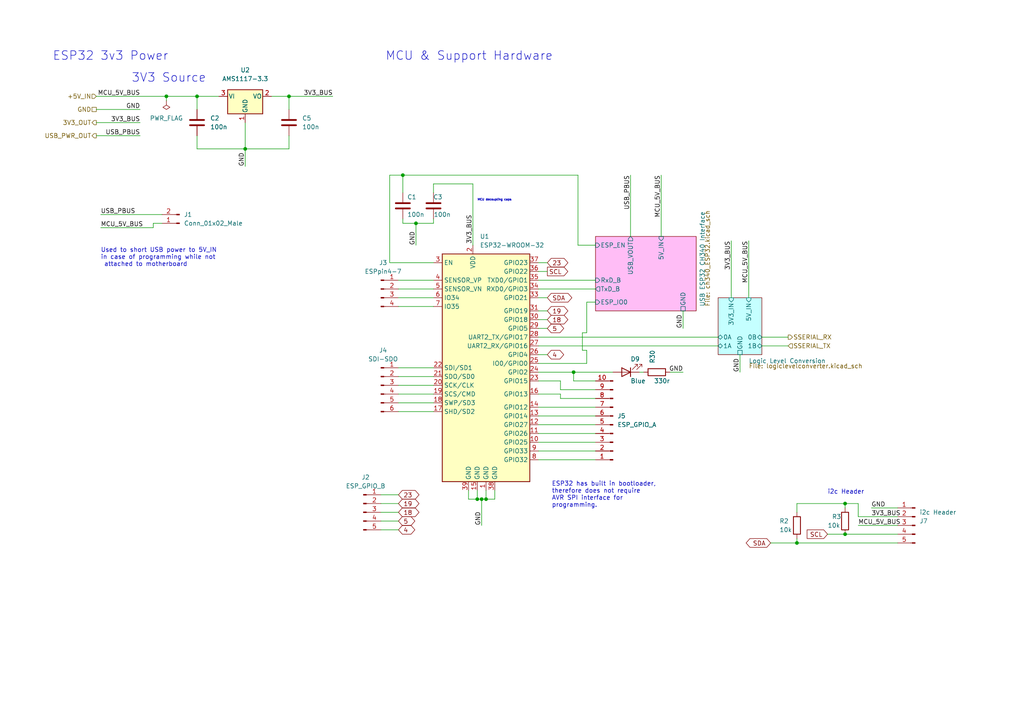
<source format=kicad_sch>
(kicad_sch (version 20211123) (generator eeschema)
  (paper "A4")
  (lib_symbols
    (symbol "000_Capacitor_Film_Immo:cap_film_0805" (pin_numbers hide) (pin_names (offset 0.254))
      (property "Reference" "C" (at 0.635 2.54 0))
      (property "Value" "cap_film_0805" (at 0.635 -2.54 0))
      (symbol "cap_film_0805_0_1"
        (polyline (pts (xy -2.032 -0.762) (xy 2.032 -0.762)) (stroke (width 0.508)))
        (polyline (pts (xy -2.032 0.762) (xy 2.032 0.762)) (stroke (width 0.508)))
      )
      (symbol "cap_film_0805_1_1"
        (pin passive line (at 0 3.81 270) (length 2.794) (name "~") (number "1"))
        (pin passive line (at 0 -3.81 90) (length 2.794) (name "~") (number "2"))
      )
    )
    (symbol "000_Diodes_Immo:LED_0805_smd" (pin_numbers hide) (pin_names (offset 1.016) hide)
      (property "Reference" "D" (at 0 2.54 0))
      (property "Value" "LED_0805_smd" (at 0 -3.81 0))
      (symbol "LED_0805_smd_0_1"
        (polyline (pts (xy -1.27 -1.27) (xy -1.27 1.27)) (stroke (width 0.254)))
        (polyline (pts (xy -1.27 0) (xy 1.27 0)))
        (polyline (pts (xy 1.27 -1.27) (xy 1.27 1.27) (xy -1.27 0) (xy 1.27 -1.27)) (stroke (width 0.254)))
        (polyline (pts (xy -3.048 -0.762) (xy -4.572 -2.286) (xy -3.81 -2.286) (xy -4.572 -2.286) (xy -4.572 -1.524)))
        (polyline (pts (xy -1.778 -0.762) (xy -3.302 -2.286) (xy -2.54 -2.286) (xy -3.302 -2.286) (xy -3.302 -1.524)))
      )
      (symbol "LED_0805_smd_1_1"
        (pin passive line (at -3.81 0 0) (length 2.54) (name "K") (number "1"))
        (pin passive line (at 3.81 0 180) (length 2.54) (name "A") (number "2"))
      )
    )
    (symbol "000_MCU_microcontrollers_Immo:ESP32-WROOM-32"
      (property "Reference" "U" (at -12.7 34.29 0))
      (property "Value" "ESP32-WROOM-32" (at 1.27 34.29 0))
      (symbol "ESP32-WROOM-32_0_1"
        (rectangle (start -12.7 33.02) (end 12.7 -33.02) (stroke (width 0.254)) (fill (type background)))
      )
      (symbol "ESP32-WROOM-32_1_1"
        (pin power_in line (at 0 -35.56 90) (length 2.54) (name "GND") (number "1"))
        (pin bidirectional line (at 15.24 -21.59 180) (length 2.54) (name "GPIO25") (number "10"))
        (pin bidirectional line (at 15.24 -19.05 180) (length 2.54) (name "GPIO26") (number "11"))
        (pin bidirectional line (at 15.24 -16.51 180) (length 2.54) (name "GPIO27") (number "12"))
        (pin bidirectional line (at 15.24 -13.97 180) (length 2.54) (name "GPIO14") (number "13"))
        (pin bidirectional line (at 15.24 -11.43 180) (length 2.54) (name "GPIO12") (number "14"))
        (pin passive line (at -2.54 -35.56 90) (length 2.54) (name "GND") (number "15"))
        (pin bidirectional line (at 15.24 -7.62 180) (length 2.54) (name "GPIO13") (number "16"))
        (pin bidirectional line (at -15.24 -12.7 0) (length 2.54) (name "SHD/SD2") (number "17"))
        (pin bidirectional line (at -15.24 -10.16 0) (length 2.54) (name "SWP/SD3") (number "18"))
        (pin bidirectional line (at -15.24 -7.62 0) (length 2.54) (name "SCS/CMD") (number "19"))
        (pin power_in line (at -3.81 35.56 270) (length 2.54) (name "VDD") (number "2"))
        (pin bidirectional line (at -15.24 -5.08 0) (length 2.54) (name "SCK/CLK") (number "20"))
        (pin bidirectional line (at -15.24 -2.54 0) (length 2.54) (name "SDO/SD0") (number "21"))
        (pin bidirectional line (at -15.24 0 0) (length 2.54) (name "SDI/SD1") (number "22"))
        (pin bidirectional line (at 15.24 -3.81 180) (length 2.54) (name "GPIO15") (number "23"))
        (pin bidirectional line (at 15.24 -1.27 180) (length 2.54) (name "GPIO2") (number "24"))
        (pin bidirectional line (at 15.24 1.27 180) (length 2.54) (name "IO0/GPIO0") (number "25"))
        (pin bidirectional line (at 15.24 3.81 180) (length 2.54) (name "GPIO4") (number "26"))
        (pin bidirectional line (at 15.24 6.35 180) (length 2.54) (name "UART2_RX/GPIO16") (number "27"))
        (pin bidirectional line (at 15.24 8.89 180) (length 2.54) (name "UART2_TX/GPIO17") (number "28"))
        (pin bidirectional line (at 15.24 11.43 180) (length 2.54) (name "GPIO5") (number "29"))
        (pin input line (at -15.24 30.48 0) (length 2.54) (name "EN") (number "3"))
        (pin bidirectional line (at 15.24 13.97 180) (length 2.54) (name "GPIO18") (number "30"))
        (pin bidirectional line (at 15.24 16.51 180) (length 2.54) (name "GPIO19") (number "31"))
        (pin no_connect line (at -12.7 -27.94 0) (length 2.54) hide (name "NC") (number "32"))
        (pin bidirectional line (at 15.24 20.32 180) (length 2.54) (name "GPIO21") (number "33"))
        (pin bidirectional line (at 15.24 22.86 180) (length 2.54) (name "RXD0/GPIO3") (number "34"))
        (pin bidirectional line (at 15.24 25.4 180) (length 2.54) (name "TXD0/GPIO1") (number "35"))
        (pin bidirectional line (at 15.24 27.94 180) (length 2.54) (name "GPIO22") (number "36"))
        (pin bidirectional line (at 15.24 30.48 180) (length 2.54) (name "GPIO23") (number "37"))
        (pin passive line (at 2.54 -35.56 90) (length 2.54) (name "GND") (number "38"))
        (pin passive line (at -5.08 -35.56 90) (length 2.54) (name "GND") (number "39"))
        (pin input line (at -15.24 25.4 0) (length 2.54) (name "SENSOR_VP") (number "4"))
        (pin input line (at -15.24 22.86 0) (length 2.54) (name "SENSOR_VN") (number "5"))
        (pin input line (at -15.24 20.32 0) (length 2.54) (name "IO34") (number "6"))
        (pin input line (at -15.24 17.78 0) (length 2.54) (name "IO35") (number "7"))
        (pin bidirectional line (at 15.24 -26.67 180) (length 2.54) (name "GPIO32") (number "8"))
        (pin bidirectional line (at 15.24 -24.13 180) (length 2.54) (name "GPIO33") (number "9"))
      )
    )
    (symbol "000_Pin_Headers_Immo:Conn_01x02_Male" (pin_names (offset 1.016) hide)
      (property "Reference" "J" (at 0 2.54 0))
      (property "Value" "Conn_01x02_Male" (at 0 -5.08 0))
      (symbol "Conn_01x02_Male_1_1"
        (polyline (pts (xy 1.27 -2.54) (xy 0.8636 -2.54)) (stroke (width 0.1524)))
        (polyline (pts (xy 1.27 0) (xy 0.8636 0)) (stroke (width 0.1524)))
        (rectangle (start 0.8636 -2.413) (end 0 -2.667) (stroke (width 0.1524)) (fill (type outline)))
        (rectangle (start 0.8636 0.127) (end 0 -0.127) (stroke (width 0.1524)) (fill (type outline)))
        (pin passive line (at 5.08 0 180) (length 3.81) (name "Pin_1") (number "1"))
        (pin passive line (at 5.08 -2.54 180) (length 3.81) (name "Pin_2") (number "2"))
      )
    )
    (symbol "000_Resistors_Immo:Resistor_0805" (pin_numbers hide) (pin_names (offset 0))
      (property "Reference" "R?" (at 2.54 1.2701 0))
      (property "Value" "Resistor_0805" (at 2.54 -1.2699 0))
      (symbol "Resistor_0805_0_1"
        (rectangle (start -1.016 -2.54) (end 1.016 2.54) (stroke (width 0.254)))
      )
      (symbol "Resistor_0805_1_1"
        (pin passive line (at 0 3.81 270) (length 1.27) (name "~") (number "1"))
        (pin passive line (at 0 -3.81 90) (length 1.27) (name "~") (number "2"))
      )
    )
    (symbol "Connector:Conn_01x04_Male" (pin_names (offset 1.016) hide)
      (property "Reference" "J" (at 0 5.08 0))
      (property "Value" "Conn_01x04_Male" (at 0 -7.62 0))
      (symbol "Conn_01x04_Male_1_1"
        (polyline (pts (xy 1.27 -5.08) (xy 0.8636 -5.08)) (stroke (width 0.1524)))
        (polyline (pts (xy 1.27 -2.54) (xy 0.8636 -2.54)) (stroke (width 0.1524)))
        (polyline (pts (xy 1.27 0) (xy 0.8636 0)) (stroke (width 0.1524)))
        (polyline (pts (xy 1.27 2.54) (xy 0.8636 2.54)) (stroke (width 0.1524)))
        (rectangle (start 0.8636 -4.953) (end 0 -5.207) (stroke (width 0.1524)) (fill (type outline)))
        (rectangle (start 0.8636 -2.413) (end 0 -2.667) (stroke (width 0.1524)) (fill (type outline)))
        (rectangle (start 0.8636 0.127) (end 0 -0.127) (stroke (width 0.1524)) (fill (type outline)))
        (rectangle (start 0.8636 2.667) (end 0 2.413) (stroke (width 0.1524)) (fill (type outline)))
        (pin passive line (at 5.08 2.54 180) (length 3.81) (name "Pin_1") (number "1"))
        (pin passive line (at 5.08 0 180) (length 3.81) (name "Pin_2") (number "2"))
        (pin passive line (at 5.08 -2.54 180) (length 3.81) (name "Pin_3") (number "3"))
        (pin passive line (at 5.08 -5.08 180) (length 3.81) (name "Pin_4") (number "4"))
      )
    )
    (symbol "Connector:Conn_01x05_Male" (pin_names (offset 1.016) hide)
      (property "Reference" "J" (at 0 7.62 0))
      (property "Value" "Conn_01x05_Male" (at 0 -7.62 0))
      (symbol "Conn_01x05_Male_1_1"
        (polyline (pts (xy 1.27 -5.08) (xy 0.8636 -5.08)) (stroke (width 0.1524)))
        (polyline (pts (xy 1.27 -2.54) (xy 0.8636 -2.54)) (stroke (width 0.1524)))
        (polyline (pts (xy 1.27 0) (xy 0.8636 0)) (stroke (width 0.1524)))
        (polyline (pts (xy 1.27 2.54) (xy 0.8636 2.54)) (stroke (width 0.1524)))
        (polyline (pts (xy 1.27 5.08) (xy 0.8636 5.08)) (stroke (width 0.1524)))
        (rectangle (start 0.8636 -4.953) (end 0 -5.207) (stroke (width 0.1524)) (fill (type outline)))
        (rectangle (start 0.8636 -2.413) (end 0 -2.667) (stroke (width 0.1524)) (fill (type outline)))
        (rectangle (start 0.8636 0.127) (end 0 -0.127) (stroke (width 0.1524)) (fill (type outline)))
        (rectangle (start 0.8636 2.667) (end 0 2.413) (stroke (width 0.1524)) (fill (type outline)))
        (rectangle (start 0.8636 5.207) (end 0 4.953) (stroke (width 0.1524)) (fill (type outline)))
        (pin passive line (at 5.08 5.08 180) (length 3.81) (name "Pin_1") (number "1"))
        (pin passive line (at 5.08 2.54 180) (length 3.81) (name "Pin_2") (number "2"))
        (pin passive line (at 5.08 0 180) (length 3.81) (name "Pin_3") (number "3"))
        (pin passive line (at 5.08 -2.54 180) (length 3.81) (name "Pin_4") (number "4"))
        (pin passive line (at 5.08 -5.08 180) (length 3.81) (name "Pin_5") (number "5"))
      )
    )
    (symbol "Connector:Conn_01x06_Male" (pin_names (offset 1.016) hide)
      (property "Reference" "J" (at 0 7.62 0))
      (property "Value" "Conn_01x06_Male" (at 0 -10.16 0))
      (symbol "Conn_01x06_Male_1_1"
        (polyline (pts (xy 1.27 -7.62) (xy 0.8636 -7.62)) (stroke (width 0.1524)))
        (polyline (pts (xy 1.27 -5.08) (xy 0.8636 -5.08)) (stroke (width 0.1524)))
        (polyline (pts (xy 1.27 -2.54) (xy 0.8636 -2.54)) (stroke (width 0.1524)))
        (polyline (pts (xy 1.27 0) (xy 0.8636 0)) (stroke (width 0.1524)))
        (polyline (pts (xy 1.27 2.54) (xy 0.8636 2.54)) (stroke (width 0.1524)))
        (polyline (pts (xy 1.27 5.08) (xy 0.8636 5.08)) (stroke (width 0.1524)))
        (rectangle (start 0.8636 -7.493) (end 0 -7.747) (stroke (width 0.1524)) (fill (type outline)))
        (rectangle (start 0.8636 -4.953) (end 0 -5.207) (stroke (width 0.1524)) (fill (type outline)))
        (rectangle (start 0.8636 -2.413) (end 0 -2.667) (stroke (width 0.1524)) (fill (type outline)))
        (rectangle (start 0.8636 0.127) (end 0 -0.127) (stroke (width 0.1524)) (fill (type outline)))
        (rectangle (start 0.8636 2.667) (end 0 2.413) (stroke (width 0.1524)) (fill (type outline)))
        (rectangle (start 0.8636 5.207) (end 0 4.953) (stroke (width 0.1524)) (fill (type outline)))
        (pin passive line (at 5.08 5.08 180) (length 3.81) (name "Pin_1") (number "1"))
        (pin passive line (at 5.08 2.54 180) (length 3.81) (name "Pin_2") (number "2"))
        (pin passive line (at 5.08 0 180) (length 3.81) (name "Pin_3") (number "3"))
        (pin passive line (at 5.08 -2.54 180) (length 3.81) (name "Pin_4") (number "4"))
        (pin passive line (at 5.08 -5.08 180) (length 3.81) (name "Pin_5") (number "5"))
        (pin passive line (at 5.08 -7.62 180) (length 3.81) (name "Pin_6") (number "6"))
      )
    )
    (symbol "Connector:Conn_01x10_Male" (pin_names (offset 1.016) hide)
      (property "Reference" "J" (at 0 12.7 0))
      (property "Value" "Conn_01x10_Male" (at 0 -15.24 0))
      (symbol "Conn_01x10_Male_1_1"
        (polyline (pts (xy 1.27 -12.7) (xy 0.8636 -12.7)) (stroke (width 0.1524)))
        (polyline (pts (xy 1.27 -10.16) (xy 0.8636 -10.16)) (stroke (width 0.1524)))
        (polyline (pts (xy 1.27 -7.62) (xy 0.8636 -7.62)) (stroke (width 0.1524)))
        (polyline (pts (xy 1.27 -5.08) (xy 0.8636 -5.08)) (stroke (width 0.1524)))
        (polyline (pts (xy 1.27 -2.54) (xy 0.8636 -2.54)) (stroke (width 0.1524)))
        (polyline (pts (xy 1.27 0) (xy 0.8636 0)) (stroke (width 0.1524)))
        (polyline (pts (xy 1.27 2.54) (xy 0.8636 2.54)) (stroke (width 0.1524)))
        (polyline (pts (xy 1.27 5.08) (xy 0.8636 5.08)) (stroke (width 0.1524)))
        (polyline (pts (xy 1.27 7.62) (xy 0.8636 7.62)) (stroke (width 0.1524)))
        (polyline (pts (xy 1.27 10.16) (xy 0.8636 10.16)) (stroke (width 0.1524)))
        (rectangle (start 0.8636 -12.573) (end 0 -12.827) (stroke (width 0.1524)) (fill (type outline)))
        (rectangle (start 0.8636 -10.033) (end 0 -10.287) (stroke (width 0.1524)) (fill (type outline)))
        (rectangle (start 0.8636 -7.493) (end 0 -7.747) (stroke (width 0.1524)) (fill (type outline)))
        (rectangle (start 0.8636 -4.953) (end 0 -5.207) (stroke (width 0.1524)) (fill (type outline)))
        (rectangle (start 0.8636 -2.413) (end 0 -2.667) (stroke (width 0.1524)) (fill (type outline)))
        (rectangle (start 0.8636 0.127) (end 0 -0.127) (stroke (width 0.1524)) (fill (type outline)))
        (rectangle (start 0.8636 2.667) (end 0 2.413) (stroke (width 0.1524)) (fill (type outline)))
        (rectangle (start 0.8636 5.207) (end 0 4.953) (stroke (width 0.1524)) (fill (type outline)))
        (rectangle (start 0.8636 7.747) (end 0 7.493) (stroke (width 0.1524)) (fill (type outline)))
        (rectangle (start 0.8636 10.287) (end 0 10.033) (stroke (width 0.1524)) (fill (type outline)))
        (pin passive line (at 5.08 10.16 180) (length 3.81) (name "Pin_1") (number "1"))
        (pin passive line (at 5.08 -12.7 180) (length 3.81) (name "Pin_10") (number "10"))
        (pin passive line (at 5.08 7.62 180) (length 3.81) (name "Pin_2") (number "2"))
        (pin passive line (at 5.08 5.08 180) (length 3.81) (name "Pin_3") (number "3"))
        (pin passive line (at 5.08 2.54 180) (length 3.81) (name "Pin_4") (number "4"))
        (pin passive line (at 5.08 0 180) (length 3.81) (name "Pin_5") (number "5"))
        (pin passive line (at 5.08 -2.54 180) (length 3.81) (name "Pin_6") (number "6"))
        (pin passive line (at 5.08 -5.08 180) (length 3.81) (name "Pin_7") (number "7"))
        (pin passive line (at 5.08 -7.62 180) (length 3.81) (name "Pin_8") (number "8"))
        (pin passive line (at 5.08 -10.16 180) (length 3.81) (name "Pin_9") (number "9"))
      )
    )
    (symbol "Regulator_Linear:AMS1117-3.3" (pin_names (offset 0.254))
      (property "Reference" "U" (at -3.81 3.175 0))
      (property "Value" "AMS1117-3.3" (at 0 3.175 0))
      (symbol "AMS1117-3.3_0_1"
        (rectangle (start -5.08 -5.08) (end 5.08 1.905) (stroke (width 0.254)) (fill (type background)))
      )
      (symbol "AMS1117-3.3_1_1"
        (pin power_in line (at 0 -7.62 90) (length 2.54) (name "GND") (number "1"))
        (pin power_out line (at 7.62 0 180) (length 2.54) (name "VO") (number "2"))
        (pin power_in line (at -7.62 0 0) (length 2.54) (name "VI") (number "3"))
      )
    )
    (symbol "power:PWR_FLAG" (power) (pin_numbers hide) (pin_names (offset 0) hide)
      (property "Value" "PWR_FLAG" (at 0 3.81 0))
      (symbol "PWR_FLAG_0_0"
        (pin power_out line (at 0 0 90) (length 0) (name "pwr") (number "1"))
      )
      (symbol "PWR_FLAG_0_1"
        (polyline (pts (xy 0 0) (xy 0 1.27) (xy -1.016 1.905) (xy 0 2.54) (xy 1.016 1.905) (xy 0 1.27)))
      )
    )
  )
  (junction (at 116.84 50.8))
  (junction (at 57.15 27.94))
  (junction (at 245.11 154.94))
  (junction (at 139.7 144.78))
  (junction (at 138.43 144.78))
  (junction (at 120.65 64.77))
  (junction (at 140.97 144.78))
  (junction (at 166.37 107.95))
  (junction (at 83.82 27.94))
  (junction (at 71.12 43.18))
  (junction (at 48.26 27.94))
  (junction (at 245.11 146.05))
  (junction (at 231.14 157.48))
  (wire (pts (xy 115.57 119.38) (xy 125.73 119.38)))
  (wire (pts (xy 214.63 102.87) (xy 214.63 107.95)))
  (wire (pts (xy 110.49 146.05) (xy 115.57 146.05)))
  (wire (pts (xy 156.21 114.3) (xy 162.56 114.3)))
  (wire (pts (xy 138.43 144.78) (xy 135.89 144.78)))
  (wire (pts (xy 139.7 144.78) (xy 139.7 152.4)))
  (wire (pts (xy 137.16 53.34) (xy 137.16 71.12)))
  (wire (pts (xy 116.84 64.77) (xy 120.65 64.77)))
  (wire (pts (xy 156.21 97.79) (xy 208.28 97.79)))
  (wire (pts (xy 156.21 86.36) (xy 158.75 86.36)))
  (wire (pts (xy 29.21 62.23) (xy 46.99 62.23)))
  (wire (pts (xy 185.42 107.95) (xy 186.69 107.95)))
  (wire (pts (xy 125.73 53.34) (xy 137.16 53.34)))
  (wire (pts (xy 48.26 27.94) (xy 57.15 27.94)))
  (wire (pts (xy 27.94 27.94) (xy 48.26 27.94)))
  (wire (pts (xy 156.21 118.11) (xy 172.72 118.11)))
  (wire (pts (xy 156.21 95.25) (xy 158.75 95.25)))
  (wire (pts (xy 231.14 146.05) (xy 231.14 148.59)))
  (wire (pts (xy 57.15 27.94) (xy 63.5 27.94)))
  (wire (pts (xy 162.56 115.57) (xy 172.72 115.57)))
  (wire (pts (xy 156.21 107.95) (xy 166.37 107.95)))
  (wire (pts (xy 168.91 96.52) (xy 170.18 96.52)))
  (wire (pts (xy 156.21 100.33) (xy 208.28 100.33)))
  (wire (pts (xy 139.7 144.78) (xy 138.43 144.78)))
  (wire (pts (xy 156.21 102.87) (xy 158.75 102.87)))
  (wire (pts (xy 120.65 64.77) (xy 120.65 71.12)))
  (wire (pts (xy 156.21 92.71) (xy 158.75 92.71)))
  (wire (pts (xy 48.26 27.94) (xy 48.26 29.21)))
  (wire (pts (xy 115.57 114.3) (xy 125.73 114.3)))
  (wire (pts (xy 71.12 43.18) (xy 83.82 43.18)))
  (wire (pts (xy 44.45 64.77) (xy 46.99 64.77)))
  (wire (pts (xy 248.92 149.86) (xy 260.35 149.86)))
  (wire (pts (xy 140.97 144.78) (xy 143.51 144.78)))
  (wire (pts (xy 110.49 153.67) (xy 115.57 153.67)))
  (wire (pts (xy 248.92 152.4) (xy 260.35 152.4)))
  (wire (pts (xy 212.09 69.85) (xy 212.09 86.36)))
  (wire (pts (xy 168.91 96.52) (xy 168.91 101.6)))
  (wire (pts (xy 156.21 76.2) (xy 158.75 76.2)))
  (wire (pts (xy 182.88 50.8) (xy 182.88 68.58)))
  (wire (pts (xy 156.21 133.35) (xy 172.72 133.35)))
  (wire (pts (xy 125.73 63.5) (xy 125.73 64.77)))
  (wire (pts (xy 162.56 114.3) (xy 162.56 115.57)))
  (wire (pts (xy 166.37 107.95) (xy 166.37 110.49)))
  (wire (pts (xy 156.21 105.41) (xy 170.18 105.41)))
  (wire (pts (xy 170.18 96.52) (xy 170.18 87.63)))
  (wire (pts (xy 194.31 107.95) (xy 198.12 107.95)))
  (wire (pts (xy 115.57 88.9) (xy 125.73 88.9)))
  (wire (pts (xy 166.37 107.95) (xy 177.8 107.95)))
  (wire (pts (xy 138.43 144.78) (xy 138.43 142.24)))
  (wire (pts (xy 162.56 113.03) (xy 172.72 113.03)))
  (wire (pts (xy 115.57 81.28) (xy 125.73 81.28)))
  (wire (pts (xy 156.21 128.27) (xy 172.72 128.27)))
  (wire (pts (xy 223.52 157.48) (xy 231.14 157.48)))
  (wire (pts (xy 110.49 151.13) (xy 115.57 151.13)))
  (wire (pts (xy 156.21 81.28) (xy 172.72 81.28)))
  (wire (pts (xy 78.74 27.94) (xy 83.82 27.94)))
  (wire (pts (xy 115.57 106.68) (xy 125.73 106.68)))
  (wire (pts (xy 156.21 83.82) (xy 172.72 83.82)))
  (wire (pts (xy 245.11 154.94) (xy 260.35 154.94)))
  (wire (pts (xy 166.37 110.49) (xy 172.72 110.49)))
  (wire (pts (xy 217.17 69.85) (xy 217.17 86.36)))
  (wire (pts (xy 44.45 66.04) (xy 44.45 64.77)))
  (wire (pts (xy 167.64 71.12) (xy 172.72 71.12)))
  (wire (pts (xy 135.89 144.78) (xy 135.89 142.24)))
  (wire (pts (xy 220.98 97.79) (xy 228.6 97.79)))
  (wire (pts (xy 110.49 143.51) (xy 115.57 143.51)))
  (wire (pts (xy 27.94 39.37) (xy 40.64 39.37)))
  (wire (pts (xy 248.92 149.86) (xy 248.92 146.05)))
  (wire (pts (xy 240.03 154.94) (xy 245.11 154.94)))
  (wire (pts (xy 156.21 130.81) (xy 172.72 130.81)))
  (wire (pts (xy 156.21 78.74) (xy 158.75 78.74)))
  (wire (pts (xy 27.94 35.56) (xy 40.64 35.56)))
  (wire (pts (xy 83.82 39.37) (xy 83.82 43.18)))
  (wire (pts (xy 125.73 76.2) (xy 113.03 76.2)))
  (wire (pts (xy 115.57 116.84) (xy 125.73 116.84)))
  (wire (pts (xy 156.21 123.19) (xy 172.72 123.19)))
  (wire (pts (xy 83.82 27.94) (xy 96.52 27.94)))
  (wire (pts (xy 170.18 87.63) (xy 172.72 87.63)))
  (wire (pts (xy 162.56 110.49) (xy 162.56 113.03)))
  (wire (pts (xy 140.97 144.78) (xy 139.7 144.78)))
  (wire (pts (xy 156.21 120.65) (xy 172.72 120.65)))
  (wire (pts (xy 71.12 43.18) (xy 57.15 43.18)))
  (wire (pts (xy 29.21 66.04) (xy 44.45 66.04)))
  (wire (pts (xy 248.92 146.05) (xy 245.11 146.05)))
  (wire (pts (xy 115.57 109.22) (xy 125.73 109.22)))
  (wire (pts (xy 27.94 31.75) (xy 40.64 31.75)))
  (wire (pts (xy 115.57 86.36) (xy 125.73 86.36)))
  (wire (pts (xy 71.12 43.18) (xy 71.12 48.26)))
  (wire (pts (xy 110.49 148.59) (xy 115.57 148.59)))
  (wire (pts (xy 156.21 90.17) (xy 158.75 90.17)))
  (wire (pts (xy 143.51 144.78) (xy 143.51 142.24)))
  (wire (pts (xy 57.15 27.94) (xy 57.15 31.75)))
  (wire (pts (xy 140.97 142.24) (xy 140.97 144.78)))
  (wire (pts (xy 231.14 157.48) (xy 260.35 157.48)))
  (wire (pts (xy 115.57 111.76) (xy 125.73 111.76)))
  (wire (pts (xy 113.03 50.8) (xy 116.84 50.8)))
  (wire (pts (xy 245.11 146.05) (xy 245.11 147.32)))
  (wire (pts (xy 245.11 146.05) (xy 231.14 146.05)))
  (wire (pts (xy 170.18 101.6) (xy 168.91 101.6)))
  (wire (pts (xy 116.84 50.8) (xy 167.64 50.8)))
  (wire (pts (xy 71.12 35.56) (xy 71.12 43.18)))
  (wire (pts (xy 156.21 125.73) (xy 172.72 125.73)))
  (wire (pts (xy 116.84 63.5) (xy 116.84 64.77)))
  (wire (pts (xy 83.82 27.94) (xy 83.82 31.75)))
  (wire (pts (xy 220.98 100.33) (xy 228.6 100.33)))
  (wire (pts (xy 125.73 55.88) (xy 125.73 53.34)))
  (wire (pts (xy 57.15 39.37) (xy 57.15 43.18)))
  (wire (pts (xy 116.84 50.8) (xy 116.84 55.88)))
  (wire (pts (xy 156.21 110.49) (xy 162.56 110.49)))
  (wire (pts (xy 115.57 83.82) (xy 125.73 83.82)))
  (wire (pts (xy 113.03 76.2) (xy 113.03 50.8)))
  (wire (pts (xy 252.73 147.32) (xy 260.35 147.32)))
  (wire (pts (xy 191.77 50.8) (xy 191.77 68.58)))
  (wire (pts (xy 231.14 156.21) (xy 231.14 157.48)))
  (wire (pts (xy 198.12 90.17) (xy 198.12 95.25)))
  (wire (pts (xy 167.64 50.8) (xy 167.64 71.12)))
  (wire (pts (xy 170.18 105.41) (xy 170.18 101.6)))
  (wire (pts (xy 125.73 64.77) (xy 120.65 64.77)))
  (text "MCU & Support Hardware" (at 111.76 17.78 0) (effects (font (size 2.5 2.5)) (justify left bottom)))
  (text "MCU decoupling caps" (at 138.43 58.42 0) (effects (font (size 0.6 0.6)) (justify left bottom)))
  (text "ESP32 3v3 Power" (at 15.24 17.78 0) (effects (font (size 2.5 2.5)) (justify left bottom)))
  (text "ESP32 has built in bootloader,\ntherefore does not require\nAVR SPI interface for\nprogramming." (at 160.02 147.32 0) (effects (font (size 1.27 1.27)) (justify left bottom)))
  (text "3V3 Source" (at 38.1 24.13 0) (effects (font (size 2.5 2.5)) (justify left bottom)))
  (text "Used to short USB power to 5V_IN\nin case of programming while not\n attached to motherboard" (at 29.21 77.47 0) (effects (font (size 1.27 1.27)) (justify left bottom)))
  (text "i2c Header" (at 240.03 143.51 0) (effects (font (size 1.27 1.27)) (justify left bottom)))
  (label "GND" (at 198.12 95.25 90))
  (label "3V3_BUS" (at 96.52 27.94 180))
  (label "USB_PBUS" (at 29.21 62.23 0))
  (label "MCU_5V_BUS" (at 248.92 152.4 0))
  (label "GND" (at 252.73 147.32 0))
  (label "USB_PBUS" (at 40.64 39.37 180))
  (label "GND" (at 40.64 31.75 180))
  (label "MCU_5V_BUS" (at 29.21 66.04 0))
  (label "3V3_BUS" (at 212.09 69.85 270))
  (label "GND" (at 139.7 152.4 90))
  (label "USB_PBUS" (at 182.88 50.8 270))
  (label "GND" (at 71.12 48.26 90))
  (label "MCU_5V_BUS" (at 217.17 69.85 270))
  (label "3V3_BUS" (at 252.73 149.86 0))
  (label "3V3_BUS" (at 40.64 35.56 180))
  (label "GND" (at 198.12 107.95 180))
  (label "MCU_5V_BUS" (at 191.77 50.8 270))
  (label "GND" (at 214.63 107.95 90))
  (label "MCU_5V_BUS" (at 40.64 27.94 180))
  (label "3V3_BUS" (at 137.16 62.23 270))
  (label "GND" (at 120.65 71.12 90))
  (global_label "SDA" (shape bidirectional) (at 158.75 86.36 0) (property "Intersheet References" "${INTERSHEET_REFS}" (effects hide)))
  (global_label "5" (shape bidirectional) (at 115.57 151.13 0) (property "Intersheet References" "${INTERSHEET_REFS}" (effects hide)))
  (global_label "23" (shape bidirectional) (at 158.75 76.2 0) (property "Intersheet References" "${INTERSHEET_REFS}" (effects hide)))
  (global_label "SCL" (shape input) (at 240.03 154.94 180) (property "Intersheet References" "${INTERSHEET_REFS}" (effects hide)))
  (global_label "19" (shape bidirectional) (at 158.75 90.17 0) (property "Intersheet References" "${INTERSHEET_REFS}" (effects hide)))
  (global_label "23" (shape bidirectional) (at 115.57 143.51 0) (property "Intersheet References" "${INTERSHEET_REFS}" (effects hide)))
  (global_label "SCL" (shape output) (at 158.75 78.74 0) (property "Intersheet References" "${INTERSHEET_REFS}" (effects hide)))
  (global_label "4" (shape bidirectional) (at 115.57 153.67 0) (property "Intersheet References" "${INTERSHEET_REFS}" (effects hide)))
  (global_label "19" (shape bidirectional) (at 115.57 146.05 0) (property "Intersheet References" "${INTERSHEET_REFS}" (effects hide)))
  (global_label "SDA" (shape bidirectional) (at 223.52 157.48 180) (property "Intersheet References" "${INTERSHEET_REFS}" (effects hide)))
  (global_label "4" (shape bidirectional) (at 158.75 102.87 0) (property "Intersheet References" "${INTERSHEET_REFS}" (effects hide)))
  (global_label "18" (shape bidirectional) (at 115.57 148.59 0) (property "Intersheet References" "${INTERSHEET_REFS}" (effects hide)))
  (global_label "18" (shape bidirectional) (at 158.75 92.71 0) (property "Intersheet References" "${INTERSHEET_REFS}" (effects hide)))
  (global_label "5" (shape bidirectional) (at 158.75 95.25 0) (property "Intersheet References" "${INTERSHEET_REFS}" (effects hide)))
  (hierarchical_label "3V3_OUT" (shape output) (at 27.94 35.56 180))
  (hierarchical_label "SSERIAL_TX" (shape input) (at 228.6 100.33 0))
  (hierarchical_label "GND" (shape passive) (at 27.94 31.75 180))
  (hierarchical_label "+5V_IN" (shape input) (at 27.94 27.94 180))
  (hierarchical_label "USB_PWR_OUT" (shape output) (at 27.94 39.37 180))
  (hierarchical_label "SSERIAL_RX" (shape output) (at 228.6 97.79 0))
  (symbol (lib_id "Regulator_Linear:AMS1117-3.3") (at 71.12 27.94 0) (unit 1)
    (property "Reference" "U2" (at 71.12 20.32 0))
    (property "Value" "AMS1117-3.3" (at 71.12 22.86 0))
    (property "Footprint" "Package_TO_SOT_SMD:SOT-223-3_TabPin2" (effects hide))
    (property "Datasheet" "http://www.advanced-monolithic.com/pdf/ds1117.pdf" (effects hide))
  )
  (symbol (lib_id "Connector:Conn_01x06_Male") (at 110.49 111.76 0) (unit 1)
    (property "Reference" "J4" (at 111.125 101.6 0))
    (property "Value" "SDI-SDO" (at 111.125 104.14 0))
    (property "Footprint" "Connector_PinHeader_1.27mm:PinHeader_1x06_P1.27mm_Vertical" (effects hide))
  )
  (symbol (lib_id "Connector:Conn_01x10_Male") (at 177.8 123.19 180) (unit 1)
    (property "Reference" "J5" (at 179.07 120.6499 0) (effects (justify right)))
    (property "Value" "ESP_GPIO_A" (at 179.07 123.1899 0) (effects (justify right)))
    (property "Footprint" "Connector_PinHeader_1.27mm:PinHeader_1x10_P1.27mm_Vertical" (effects hide))
  )
  (symbol (lib_id "000_Resistors_Immo:Resistor_0805") (at 231.14 152.4 0) (unit 1)
    (property "Reference" "R2" (at 226.06 151.13 0) (effects (justify left)))
    (property "Value" "10k" (at 226.06 153.67 0) (effects (justify left)))
    (property "Footprint" "Resistor_SMD:R_0805_2012Metric_Pad1.20x1.40mm_HandSolder" (effects hide))
  )
  (symbol (lib_id "000_Capacitor_Film_Immo:cap_film_0805") (at 57.15 35.56 0) (unit 1)
    (property "Reference" "C2" (at 60.96 34.2899 0) (effects (justify left)))
    (property "Value" "100n" (at 60.96 36.8299 0) (effects (justify left)))
    (property "Footprint" "Capacitor_SMD:C_0805_2012Metric_Pad1.18x1.45mm_HandSolder" (effects hide))
  )
  (symbol (lib_id "000_Pin_Headers_Immo:Conn_01x02_Male") (at 52.07 64.77 180) (unit 1)
    (property "Reference" "J1" (at 53.34 62.2299 0) (effects (justify right)))
    (property "Value" "Conn_01x02_Male" (at 53.34 64.7699 0) (effects (justify right)))
    (property "Footprint" "Connector_PinHeader_1.27mm:PinHeader_1x02_P1.27mm_Vertical" (effects hide))
  )
  (symbol (lib_id "Connector:Conn_01x05_Male") (at 105.41 148.59 0) (unit 1)
    (property "Reference" "J2" (at 106.045 138.43 0))
    (property "Value" "ESP_GPIO_B" (at 106.045 140.97 0))
    (property "Footprint" "Connector_PinHeader_1.27mm:PinHeader_1x05_P1.27mm_Vertical" (effects hide))
  )
  (symbol (lib_id "power:PWR_FLAG") (at 48.26 29.21 180) (unit 1)
    (property "Reference" "#FLG0101" (effects hide))
    (property "Value" "PWR_FLAG" (at 48.26 34.29 0))
  )
  (symbol (lib_id "000_Resistors_Immo:Resistor_0805") (at 190.5 107.95 90) (unit 1)
    (property "Reference" "R30" (at 189.2299 105.41 0) (effects (justify left)))
    (property "Value" "330r" (at 194.31 110.49 90) (effects (justify left)))
    (property "Footprint" "Resistor_SMD:R_0805_2012Metric_Pad1.20x1.40mm_HandSolder" (effects hide))
  )
  (symbol (lib_id "Connector:Conn_01x05_Male") (at 265.43 152.4 0) (mirror y) (unit 1)
    (property "Reference" "J7" (at 266.7 151.1299 0) (effects (justify right)))
    (property "Value" "i2c Header" (at 266.7 148.59 0) (effects (justify right)))
    (property "Footprint" "Connector_PinHeader_1.27mm:PinHeader_1x05_P1.27mm_Vertical" (effects hide))
  )
  (symbol (lib_id "000_Diodes_Immo:LED_0805_smd") (at 181.61 107.95 180) (unit 1)
    (property "Reference" "D9" (at 182.88 104.14 0) (effects (justify right)))
    (property "Value" "Blue" (at 182.88 110.49 0) (effects (justify right)))
    (property "Footprint" "LED_SMD:LED_0805_2012Metric_Pad1.15x1.40mm_HandSolder" (effects hide))
  )
  (symbol (lib_id "000_Capacitor_Film_Immo:cap_film_0805") (at 83.82 35.56 0) (unit 1)
    (property "Reference" "C5" (at 87.63 34.2899 0) (effects (justify left)))
    (property "Value" "100n" (at 87.63 36.8299 0) (effects (justify left)))
    (property "Footprint" "Capacitor_SMD:C_0805_2012Metric_Pad1.18x1.45mm_HandSolder" (effects hide))
  )
  (symbol (lib_id "000_Capacitor_Film_Immo:cap_film_0805") (at 116.84 59.69 0) (unit 1)
    (property "Reference" "C1" (at 118.11 57.15 0) (effects (justify left)))
    (property "Value" "100n" (at 118.11 62.23 0) (effects (justify left)))
    (property "Footprint" "Capacitor_SMD:C_0805_2012Metric_Pad1.18x1.45mm_HandSolder" (effects hide))
  )
  (symbol (lib_id "Connector:Conn_01x04_Male") (at 110.49 83.82 0) (unit 1)
    (property "Reference" "J3" (at 111.125 76.2 0))
    (property "Value" "ESPpin4-7" (at 111.125 78.74 0))
    (property "Footprint" "Connector_PinHeader_1.27mm:PinHeader_1x04_P1.27mm_Vertical" (effects hide))
  )
  (symbol (lib_id "000_Resistors_Immo:Resistor_0805") (at 245.11 151.13 0) (unit 1)
    (property "Reference" "R3" (at 241.3 149.86 0) (effects (justify left)))
    (property "Value" "10k" (at 240.03 152.4 0) (effects (justify left)))
    (property "Footprint" "Resistor_SMD:R_0805_2012Metric_Pad1.20x1.40mm_HandSolder" (effects hide))
  )
  (symbol (lib_id "000_MCU_microcontrollers_Immo:ESP32-WROOM-32") (at 140.97 106.68 0) (unit 1)
    (property "Reference" "U1" (at 139.1794 68.58 0) (effects (justify left)))
    (property "Value" "ESP32-WROOM-32" (at 139.1794 71.12 0) (effects (justify left)))
    (property "Footprint" "RF_Module:ESP32-WROOM-32" (effects hide))
    (property "Datasheet" "https://www.espressif.com/sites/default/files/documentation/esp32-wroom-32_datasheet_en.pdf" (effects hide))
  )
  (symbol (lib_id "000_Capacitor_Film_Immo:cap_film_0805") (at 125.73 59.69 0) (unit 1)
    (property "Reference" "C3" (at 127 57.15 0))
    (property "Value" "100n" (at 128.27 62.23 0))
    (property "Footprint" "Capacitor_SMD:C_0805_2012Metric_Pad1.18x1.45mm_HandSolder" (effects hide))
  )
  (sheet (at 208.28 86.36) (size 12.7 16.51) (stroke (width 0.1524)) (fill (color 62 253 255 0.3000))
    (property "Sheet name" "Logic Level Conversion" (at 217.17 105.41 0) (effects (justify left bottom)))
    (property "Sheet file" "logiclevelconverter.kicad_sch" (at 217.17 105.41 0) (effects (justify left top)))
    (pin "5V_IN" input (at 217.17 86.36 90))
    (pin "3V3_IN" input (at 212.09 86.36 90))
    (pin "1B" bidirectional (at 220.98 100.33 0))
    (pin "1A" bidirectional (at 208.28 100.33 180))
    (pin "0B" bidirectional (at 220.98 97.79 0))
    (pin "0A" bidirectional (at 208.28 97.79 180))
    (pin "GND" passive (at 214.63 102.87 270))
  )
  (sheet (at 172.72 68.58) (size 29.21 21.59) (stroke (width 0.1524)) (fill (color 255 55 228 0.3300))
    (property "Sheet name" "USB ESP32 CH340 Interface " (at 204.47 88.9 90) (effects (justify left bottom)))
    (property "Sheet file" "ch340_ESP32.kicad_sch" (at 204.47 88.9 90) (effects (justify left top)))
    (pin "5V_IN" input (at 191.77 68.58 90))
    (pin "USB_VOUT" output (at 182.88 68.58 90))
    (pin "RxD_B" input (at 172.72 81.28 180))
    (pin "TxD_B" output (at 172.72 83.82 180))
    (pin "ESP_EN" input (at 172.72 71.12 180))
    (pin "ESP_IO0" input (at 172.72 87.63 180))
    (pin "GND" passive (at 198.12 90.17 270))
  )
)
</source>
